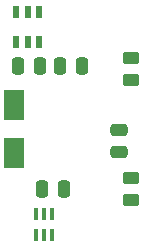
<source format=gbr>
%TF.GenerationSoftware,KiCad,Pcbnew,6.0.11+dfsg-1~bpo11+1*%
%TF.CreationDate,2023-05-28T01:06:14+00:00*%
%TF.ProjectId,ACOMP01,41434f4d-5030-4312-9e6b-696361645f70,rev?*%
%TF.SameCoordinates,Original*%
%TF.FileFunction,Paste,Bot*%
%TF.FilePolarity,Positive*%
%FSLAX46Y46*%
G04 Gerber Fmt 4.6, Leading zero omitted, Abs format (unit mm)*
G04 Created by KiCad (PCBNEW 6.0.11+dfsg-1~bpo11+1) date 2023-05-28 01:06:14*
%MOMM*%
%LPD*%
G01*
G04 APERTURE LIST*
G04 Aperture macros list*
%AMRoundRect*
0 Rectangle with rounded corners*
0 $1 Rounding radius*
0 $2 $3 $4 $5 $6 $7 $8 $9 X,Y pos of 4 corners*
0 Add a 4 corners polygon primitive as box body*
4,1,4,$2,$3,$4,$5,$6,$7,$8,$9,$2,$3,0*
0 Add four circle primitives for the rounded corners*
1,1,$1+$1,$2,$3*
1,1,$1+$1,$4,$5*
1,1,$1+$1,$6,$7*
1,1,$1+$1,$8,$9*
0 Add four rect primitives between the rounded corners*
20,1,$1+$1,$2,$3,$4,$5,0*
20,1,$1+$1,$4,$5,$6,$7,0*
20,1,$1+$1,$6,$7,$8,$9,0*
20,1,$1+$1,$8,$9,$2,$3,0*%
G04 Aperture macros list end*
%ADD10RoundRect,0.250000X-0.475000X0.250000X-0.475000X-0.250000X0.475000X-0.250000X0.475000X0.250000X0*%
%ADD11R,1.800000X2.500000*%
%ADD12RoundRect,0.250000X0.250000X0.475000X-0.250000X0.475000X-0.250000X-0.475000X0.250000X-0.475000X0*%
%ADD13RoundRect,0.250000X-0.250000X-0.475000X0.250000X-0.475000X0.250000X0.475000X-0.250000X0.475000X0*%
%ADD14RoundRect,0.250000X0.450000X-0.262500X0.450000X0.262500X-0.450000X0.262500X-0.450000X-0.262500X0*%
%ADD15R,0.500000X1.000760*%
%ADD16R,0.501040X1.000760*%
%ADD17R,0.300000X1.000000*%
G04 APERTURE END LIST*
D10*
%TO.C,C1*%
X15494000Y15174000D03*
X15494000Y13274000D03*
%TD*%
D11*
%TO.C,D1*%
X6604000Y17240000D03*
X6604000Y13240000D03*
%TD*%
D12*
%TO.C,C4*%
X8824000Y20574000D03*
X6924000Y20574000D03*
%TD*%
D13*
%TO.C,C3*%
X8956000Y10160000D03*
X10856000Y10160000D03*
%TD*%
D14*
%TO.C,R2*%
X16535400Y19407500D03*
X16535400Y21232500D03*
%TD*%
D13*
%TO.C,C2*%
X10480000Y20574000D03*
X12380000Y20574000D03*
%TD*%
D15*
%TO.C,IC2*%
X6794500Y25146000D03*
X7747000Y25146000D03*
X8699500Y25146000D03*
D16*
X8699500Y22606000D03*
D15*
X7747000Y22606000D03*
X6794500Y22606000D03*
%TD*%
D17*
%TO.C,IC1*%
X9794000Y6237400D03*
X9144000Y6237400D03*
X8494000Y6237400D03*
X8494000Y8037400D03*
X9144000Y8037400D03*
X9794000Y8037400D03*
%TD*%
D14*
%TO.C,R1*%
X16535400Y9247500D03*
X16535400Y11072500D03*
%TD*%
M02*

</source>
